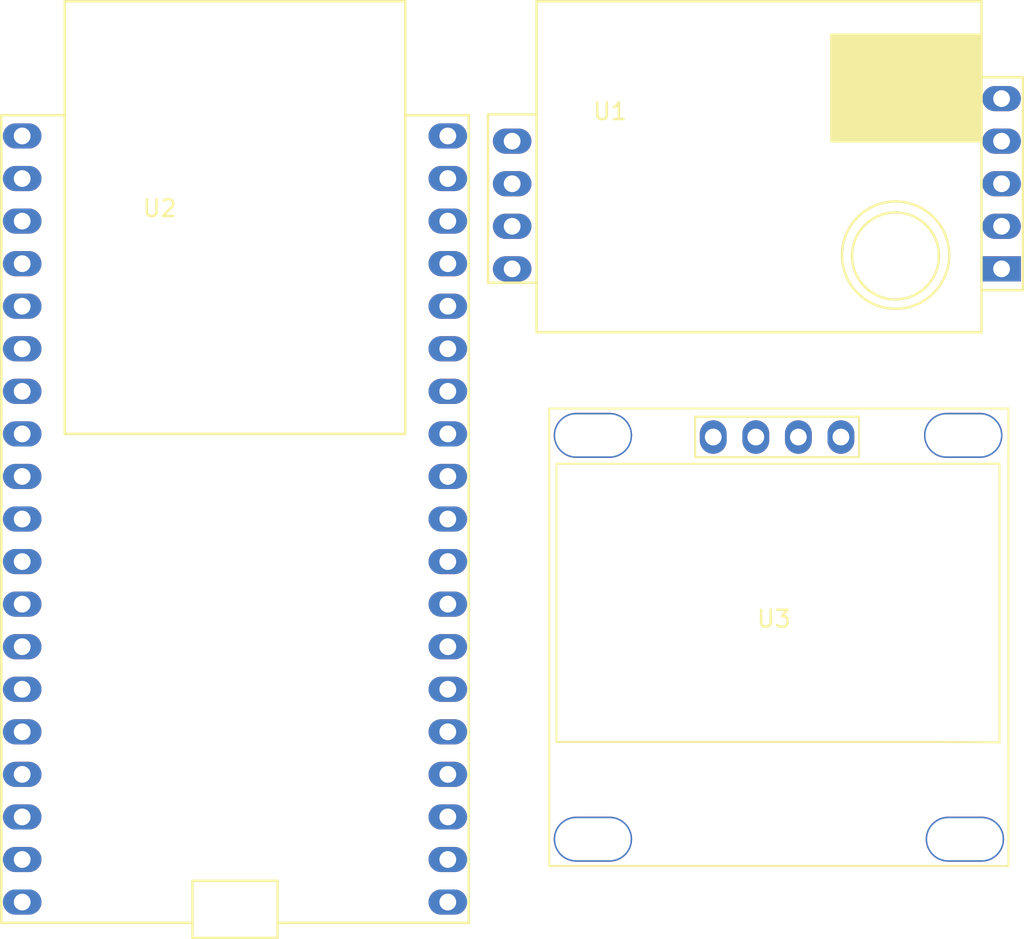
<source format=kicad_pcb>
(kicad_pcb (version 20171130) (host pcbnew 5.1.5+dfsg1-2build2)

  (general
    (thickness 1.6)
    (drawings 0)
    (tracks 0)
    (zones 0)
    (modules 3)
    (nets 47)
  )

  (page A4)
  (layers
    (0 F.Cu signal)
    (31 B.Cu signal)
    (32 B.Adhes user)
    (33 F.Adhes user)
    (34 B.Paste user)
    (35 F.Paste user)
    (36 B.SilkS user)
    (37 F.SilkS user)
    (38 B.Mask user)
    (39 F.Mask user)
    (40 Dwgs.User user)
    (41 Cmts.User user)
    (42 Eco1.User user)
    (43 Eco2.User user)
    (44 Edge.Cuts user)
    (45 Margin user)
    (46 B.CrtYd user)
    (47 F.CrtYd user)
    (48 B.Fab user)
    (49 F.Fab user)
  )

  (setup
    (last_trace_width 0.25)
    (trace_clearance 0.2)
    (zone_clearance 0.508)
    (zone_45_only no)
    (trace_min 0.2)
    (via_size 0.8)
    (via_drill 0.4)
    (via_min_size 0.4)
    (via_min_drill 0.3)
    (uvia_size 0.3)
    (uvia_drill 0.1)
    (uvias_allowed no)
    (uvia_min_size 0.2)
    (uvia_min_drill 0.1)
    (edge_width 0.05)
    (segment_width 0.2)
    (pcb_text_width 0.3)
    (pcb_text_size 1.5 1.5)
    (mod_edge_width 0.12)
    (mod_text_size 1 1)
    (mod_text_width 0.15)
    (pad_size 1.524 1.524)
    (pad_drill 0.762)
    (pad_to_mask_clearance 0.051)
    (solder_mask_min_width 0.25)
    (aux_axis_origin 0 0)
    (visible_elements FFFFFF7F)
    (pcbplotparams
      (layerselection 0x010fc_ffffffff)
      (usegerberextensions false)
      (usegerberattributes false)
      (usegerberadvancedattributes false)
      (creategerberjobfile false)
      (excludeedgelayer true)
      (linewidth 0.100000)
      (plotframeref false)
      (viasonmask false)
      (mode 1)
      (useauxorigin false)
      (hpglpennumber 1)
      (hpglpenspeed 20)
      (hpglpendiameter 15.000000)
      (psnegative false)
      (psa4output false)
      (plotreference true)
      (plotvalue true)
      (plotinvisibletext false)
      (padsonsilk false)
      (subtractmaskfromsilk false)
      (outputformat 1)
      (mirror false)
      (drillshape 1)
      (scaleselection 1)
      (outputdirectory ""))
  )

  (net 0 "")
  (net 1 "Net-(U1-Pad1)")
  (net 2 "Net-(U1-Pad2)")
  (net 3 "Net-(U1-Pad3)")
  (net 4 "Net-(U1-Pad4)")
  (net 5 "Net-(U1-Pad5)")
  (net 6 +5V)
  (net 7 GND)
  (net 8 "Net-(U1-Pad8)")
  (net 9 "Net-(U1-Pad9)")
  (net 10 "Net-(U2-Pad37)")
  (net 11 "Net-(U2-Pad36)")
  (net 12 "Net-(U2-Pad35)")
  (net 13 "Net-(U2-Pad34)")
  (net 14 "Net-(U2-Pad33)")
  (net 15 "Net-(U2-Pad31)")
  (net 16 "Net-(U2-Pad30)")
  (net 17 "Net-(U2-Pad29)")
  (net 18 "Net-(U2-Pad28)")
  (net 19 "Net-(U2-Pad27)")
  (net 20 "Net-(U2-Pad26)")
  (net 21 "Net-(U2-Pad25)")
  (net 22 "Net-(U2-Pad24)")
  (net 23 "Net-(U2-Pad23)")
  (net 24 "Net-(U2-Pad22)")
  (net 25 "Net-(U2-Pad21)")
  (net 26 "Net-(U2-Pad20)")
  (net 27 "Net-(U2-Pad17)")
  (net 28 "Net-(U2-Pad16)")
  (net 29 "Net-(U2-Pad15)")
  (net 30 "Net-(U2-Pad13)")
  (net 31 "Net-(U2-Pad12)")
  (net 32 "Net-(U2-Pad11)")
  (net 33 "Net-(U2-Pad10)")
  (net 34 "Net-(U2-Pad9)")
  (net 35 "Net-(U2-Pad8)")
  (net 36 "Net-(U2-Pad7)")
  (net 37 "Net-(U2-Pad6)")
  (net 38 "Net-(U2-Pad5)")
  (net 39 "Net-(U2-Pad4)")
  (net 40 "Net-(U2-Pad3)")
  (net 41 "Net-(U2-Pad2)")
  (net 42 +3V3)
  (net 43 "Net-(U3-Pad4)")
  (net 44 "Net-(U3-Pad3)")
  (net 45 "Net-(U3-Pad1)")
  (net 46 "Net-(U3-Pad2)")

  (net_class Default "This is the default net class."
    (clearance 0.2)
    (trace_width 0.25)
    (via_dia 0.8)
    (via_drill 0.4)
    (uvia_dia 0.3)
    (uvia_drill 0.1)
    (add_net +3V3)
    (add_net +5V)
    (add_net GND)
    (add_net "Net-(U1-Pad1)")
    (add_net "Net-(U1-Pad2)")
    (add_net "Net-(U1-Pad3)")
    (add_net "Net-(U1-Pad4)")
    (add_net "Net-(U1-Pad5)")
    (add_net "Net-(U1-Pad8)")
    (add_net "Net-(U1-Pad9)")
    (add_net "Net-(U2-Pad10)")
    (add_net "Net-(U2-Pad11)")
    (add_net "Net-(U2-Pad12)")
    (add_net "Net-(U2-Pad13)")
    (add_net "Net-(U2-Pad15)")
    (add_net "Net-(U2-Pad16)")
    (add_net "Net-(U2-Pad17)")
    (add_net "Net-(U2-Pad2)")
    (add_net "Net-(U2-Pad20)")
    (add_net "Net-(U2-Pad21)")
    (add_net "Net-(U2-Pad22)")
    (add_net "Net-(U2-Pad23)")
    (add_net "Net-(U2-Pad24)")
    (add_net "Net-(U2-Pad25)")
    (add_net "Net-(U2-Pad26)")
    (add_net "Net-(U2-Pad27)")
    (add_net "Net-(U2-Pad28)")
    (add_net "Net-(U2-Pad29)")
    (add_net "Net-(U2-Pad3)")
    (add_net "Net-(U2-Pad30)")
    (add_net "Net-(U2-Pad31)")
    (add_net "Net-(U2-Pad33)")
    (add_net "Net-(U2-Pad34)")
    (add_net "Net-(U2-Pad35)")
    (add_net "Net-(U2-Pad36)")
    (add_net "Net-(U2-Pad37)")
    (add_net "Net-(U2-Pad4)")
    (add_net "Net-(U2-Pad5)")
    (add_net "Net-(U2-Pad6)")
    (add_net "Net-(U2-Pad7)")
    (add_net "Net-(U2-Pad8)")
    (add_net "Net-(U2-Pad9)")
    (add_net "Net-(U3-Pad1)")
    (add_net "Net-(U3-Pad2)")
    (add_net "Net-(U3-Pad3)")
    (add_net "Net-(U3-Pad4)")
  )

  (module footprints:Winsen_MH-Z19B (layer F.Cu) (tedit 5F8B2EEF) (tstamp 61529B34)
    (at 171.3865 74.7395)
    (path /61524BB9)
    (fp_text reference U1 (at -23.368 4.572) (layer F.SilkS)
      (effects (font (size 1 1) (thickness 0.15)))
    )
    (fp_text value MH-Z19B (at -19.05 0.762) (layer F.Fab)
      (effects (font (size 1 1) (thickness 0.15)))
    )
    (fp_line (start -1.2 -2) (end -1.2 17.75) (layer F.SilkS) (width 0.15))
    (fp_poly (pts (xy -10.16 0) (xy -10.16 6.35) (xy -1.27 6.35) (xy -1.27 0)) (layer F.SilkS) (width 0.15))
    (fp_circle (center -6.330656 13.2) (end -8.530656 11.825) (layer F.SilkS) (width 0.15))
    (fp_circle (center -6.325 13.15) (end -9.425 12.35) (layer F.SilkS) (width 0.15))
    (fp_line (start -27.75 17.75) (end -1.2 17.75) (layer F.SilkS) (width 0.15))
    (fp_line (start -27.75 -2) (end -27.75 17.75) (layer F.SilkS) (width 0.15))
    (fp_line (start -30.65 14.8) (end -27.75 14.8) (layer F.SilkS) (width 0.15))
    (fp_line (start -30.65 4.75) (end -30.65 14.8) (layer F.SilkS) (width 0.15))
    (fp_line (start -27.75 4.75) (end -30.65 4.75) (layer F.SilkS) (width 0.15))
    (fp_line (start -1.27 2.54) (end 1.27 2.54) (layer F.SilkS) (width 0.15))
    (fp_line (start 1.275 2.54) (end 1.275 15.24) (layer F.SilkS) (width 0.15))
    (fp_line (start 1.27 15.24) (end -1.205 15.24) (layer F.SilkS) (width 0.15))
    (fp_line (start -1.2 -2) (end -27.75 -2) (layer F.SilkS) (width 0.15))
    (pad 1 thru_hole rect (at 0 13.97) (size 2.3 1.5) (drill 1) (layers *.Cu B.Mask)
      (net 1 "Net-(U1-Pad1)"))
    (pad 2 thru_hole oval (at 0 11.43) (size 2.3 1.5) (drill 1) (layers *.Cu B.Mask)
      (net 2 "Net-(U1-Pad2)"))
    (pad 3 thru_hole oval (at 0 8.89) (size 2.3 1.5) (drill 1) (layers *.Cu B.Mask)
      (net 3 "Net-(U1-Pad3)"))
    (pad 4 thru_hole oval (at 0 6.35) (size 2.3 1.5) (drill 1) (layers *.Cu B.Mask)
      (net 4 "Net-(U1-Pad4)"))
    (pad 5 thru_hole oval (at 0 3.81) (size 2.3 1.5) (drill 1) (layers *.Cu B.Mask)
      (net 5 "Net-(U1-Pad5)"))
    (pad 6 thru_hole oval (at -29.21 13.97) (size 2.3 1.5) (drill 1) (layers *.Cu B.Mask)
      (net 6 +5V))
    (pad 7 thru_hole oval (at -29.21 11.43) (size 2.3 1.5) (drill 1) (layers *.Cu B.Mask)
      (net 7 GND))
    (pad 8 thru_hole oval (at -29.21 8.89) (size 2.3 1.5) (drill 1) (layers *.Cu B.Mask)
      (net 8 "Net-(U1-Pad8)"))
    (pad 9 thru_hole oval (at -29.21 6.35) (size 2.3 1.5) (drill 1) (layers *.Cu B.Mask)
      (net 9 "Net-(U1-Pad9)"))
    (model ${KIPRJMOD}/3d/MH-Z19C.STEP
      (offset (xyz 81.5 -74 3))
      (scale (xyz 1 1 1))
      (rotate (xyz 90 180 90))
    )
  )

  (module footprints:ESP32_DEVKIT_C (layer F.Cu) (tedit 615229FB) (tstamp 61529B70)
    (at 125.6365 103.6395)
    (path /61523BD7)
    (fp_text reference U2 (at -4.5 -18.54) (layer F.SilkS)
      (effects (font (size 1 1) (thickness 0.15)))
    )
    (fp_text value ESP32_DEVKIT_C (at -2.5 16.46) (layer F.Fab)
      (effects (font (size 1 1) (thickness 0.15)))
    )
    (fp_line (start 13.95 -24.1) (end 10.16 -24.1) (layer F.SilkS) (width 0.15))
    (fp_line (start -13.95 -24.1) (end -10.16 -24.1) (layer F.SilkS) (width 0.15))
    (fp_line (start 2.54 21.59) (end 2.54 24.1) (layer F.SilkS) (width 0.15))
    (fp_line (start -2.54 21.59) (end 2.54 21.59) (layer F.SilkS) (width 0.15))
    (fp_line (start -2.54 24.1) (end -2.54 21.59) (layer F.SilkS) (width 0.15))
    (fp_line (start 2.54 24.1) (end 13.95 24.1) (layer F.SilkS) (width 0.15))
    (fp_line (start -2.54 24.1) (end -13.95 24.1) (layer F.SilkS) (width 0.15))
    (fp_line (start 10.16 -5.08) (end 10.16 -24.1) (layer F.SilkS) (width 0.15))
    (fp_line (start -10.16 -5.08) (end 10.16 -5.08) (layer F.SilkS) (width 0.15))
    (fp_line (start -10.16 -24.1) (end -10.16 -5.08) (layer F.SilkS) (width 0.15))
    (fp_line (start -10.16 -30.9) (end -10.16 -24.1) (layer F.SilkS) (width 0.15))
    (fp_line (start 10.16 -30.9) (end 10.16 -24.1) (layer F.SilkS) (width 0.15))
    (fp_line (start -10.16 -30.9) (end 10.16 -30.9) (layer F.SilkS) (width 0.15))
    (fp_line (start 2.54 25) (end 2.54 24.1) (layer F.SilkS) (width 0.15))
    (fp_line (start -2.54 25) (end 2.54 25) (layer F.SilkS) (width 0.15))
    (fp_line (start -2.54 24.1) (end -2.54 25) (layer F.SilkS) (width 0.15))
    (fp_line (start -13.95 -24.1) (end -13.95 24.1) (layer F.SilkS) (width 0.15))
    (fp_line (start 13.95 24.1) (end 13.95 -24.1) (layer F.SilkS) (width 0.15))
    (pad 38 thru_hole oval (at 12.7 -22.86) (size 2.3 1.5) (drill 1) (layers *.Cu B.Mask)
      (net 7 GND))
    (pad 37 thru_hole oval (at 12.7 -20.32) (size 2.3 1.5) (drill 1) (layers *.Cu B.Mask)
      (net 10 "Net-(U2-Pad37)"))
    (pad 36 thru_hole oval (at 12.7 -17.78) (size 2.3 1.5) (drill 1) (layers *.Cu B.Mask)
      (net 11 "Net-(U2-Pad36)"))
    (pad 35 thru_hole oval (at 12.7 -15.24) (size 2.3 1.5) (drill 1) (layers *.Cu B.Mask)
      (net 12 "Net-(U2-Pad35)"))
    (pad 34 thru_hole oval (at 12.7 -12.7) (size 2.3 1.5) (drill 1) (layers *.Cu B.Mask)
      (net 13 "Net-(U2-Pad34)"))
    (pad 33 thru_hole oval (at 12.7 -10.16) (size 2.3 1.5) (drill 1) (layers *.Cu B.Mask)
      (net 14 "Net-(U2-Pad33)"))
    (pad 32 thru_hole oval (at 12.7 -7.62) (size 2.3 1.5) (drill 1) (layers *.Cu B.Mask)
      (net 7 GND))
    (pad 31 thru_hole oval (at 12.7 -5.08) (size 2.3 1.5) (drill 1) (layers *.Cu B.Mask)
      (net 15 "Net-(U2-Pad31)"))
    (pad 30 thru_hole oval (at 12.7 -2.54) (size 2.3 1.5) (drill 1) (layers *.Cu B.Mask)
      (net 16 "Net-(U2-Pad30)"))
    (pad 29 thru_hole oval (at 12.7 0) (size 2.3 1.5) (drill 1) (layers *.Cu B.Mask)
      (net 17 "Net-(U2-Pad29)"))
    (pad 28 thru_hole oval (at 12.7 2.54) (size 2.3 1.5) (drill 1) (layers *.Cu B.Mask)
      (net 18 "Net-(U2-Pad28)"))
    (pad 27 thru_hole oval (at 12.7 5.08) (size 2.3 1.5) (drill 1) (layers *.Cu B.Mask)
      (net 19 "Net-(U2-Pad27)"))
    (pad 26 thru_hole oval (at 12.7 7.62) (size 2.3 1.5) (drill 1) (layers *.Cu B.Mask)
      (net 20 "Net-(U2-Pad26)"))
    (pad 25 thru_hole oval (at 12.7 10.16) (size 2.3 1.5) (drill 1) (layers *.Cu B.Mask)
      (net 21 "Net-(U2-Pad25)"))
    (pad 24 thru_hole oval (at 12.7 12.7) (size 2.3 1.5) (drill 1) (layers *.Cu B.Mask)
      (net 22 "Net-(U2-Pad24)"))
    (pad 23 thru_hole oval (at 12.7 15.24) (size 2.3 1.5) (drill 1) (layers *.Cu B.Mask)
      (net 23 "Net-(U2-Pad23)"))
    (pad 22 thru_hole oval (at 12.7 17.78) (size 2.3 1.5) (drill 1) (layers *.Cu B.Mask)
      (net 24 "Net-(U2-Pad22)"))
    (pad 21 thru_hole oval (at 12.7 20.32) (size 2.3 1.5) (drill 1) (layers *.Cu B.Mask)
      (net 25 "Net-(U2-Pad21)"))
    (pad 20 thru_hole oval (at 12.7 22.86) (size 2.3 1.5) (drill 1) (layers *.Cu B.Mask)
      (net 26 "Net-(U2-Pad20)"))
    (pad 19 thru_hole oval (at -12.7 22.86) (size 2.3 1.5) (drill 1) (layers *.Cu B.Mask)
      (net 6 +5V))
    (pad 18 thru_hole oval (at -12.7 20.32) (size 2.3 1.5) (drill 1) (layers *.Cu B.Mask)
      (net 7 GND))
    (pad 17 thru_hole oval (at -12.7 17.78) (size 2.3 1.5) (drill 1) (layers *.Cu B.Mask)
      (net 27 "Net-(U2-Pad17)"))
    (pad 16 thru_hole oval (at -12.7 15.24) (size 2.3 1.5) (drill 1) (layers *.Cu B.Mask)
      (net 28 "Net-(U2-Pad16)"))
    (pad 15 thru_hole oval (at -12.7 12.7) (size 2.3 1.5) (drill 1) (layers *.Cu B.Mask)
      (net 29 "Net-(U2-Pad15)"))
    (pad 14 thru_hole oval (at -12.7 10.16) (size 2.3 1.5) (drill 1) (layers *.Cu B.Mask)
      (net 7 GND))
    (pad 13 thru_hole oval (at -12.7 7.62) (size 2.3 1.5) (drill 1) (layers *.Cu B.Mask)
      (net 30 "Net-(U2-Pad13)"))
    (pad 12 thru_hole oval (at -12.7 5.08) (size 2.3 1.5) (drill 1) (layers *.Cu B.Mask)
      (net 31 "Net-(U2-Pad12)"))
    (pad 11 thru_hole oval (at -12.7 2.54) (size 2.3 1.5) (drill 1) (layers *.Cu B.Mask)
      (net 32 "Net-(U2-Pad11)"))
    (pad 10 thru_hole oval (at -12.7 0) (size 2.3 1.5) (drill 1) (layers *.Cu B.Mask)
      (net 33 "Net-(U2-Pad10)"))
    (pad 9 thru_hole oval (at -12.7 -2.54) (size 2.3 1.5) (drill 1) (layers *.Cu B.Mask)
      (net 34 "Net-(U2-Pad9)"))
    (pad 8 thru_hole oval (at -12.7 -5.08) (size 2.3 1.5) (drill 1) (layers *.Cu B.Mask)
      (net 35 "Net-(U2-Pad8)"))
    (pad 7 thru_hole oval (at -12.7 -7.62) (size 2.3 1.5) (drill 1) (layers *.Cu B.Mask)
      (net 36 "Net-(U2-Pad7)"))
    (pad 6 thru_hole oval (at -12.7 -10.16) (size 2.3 1.5) (drill 1) (layers *.Cu B.Mask)
      (net 37 "Net-(U2-Pad6)"))
    (pad 5 thru_hole oval (at -12.7 -12.7) (size 2.3 1.5) (drill 1) (layers *.Cu B.Mask)
      (net 38 "Net-(U2-Pad5)"))
    (pad 4 thru_hole oval (at -12.7 -15.24) (size 2.3 1.5) (drill 1) (layers *.Cu B.Mask)
      (net 39 "Net-(U2-Pad4)"))
    (pad 3 thru_hole oval (at -12.7 -17.78) (size 2.3 1.5) (drill 1) (layers *.Cu B.Mask)
      (net 40 "Net-(U2-Pad3)"))
    (pad 2 thru_hole oval (at -12.7 -20.32) (size 2.3 1.5) (drill 1) (layers *.Cu B.Mask)
      (net 41 "Net-(U2-Pad2)"))
    (pad 1 thru_hole oval (at -12.7 -22.86) (size 2.3 1.5) (drill 1) (layers *.Cu B.Mask)
      (net 42 +3V3))
    (model ${KIPRJMOD}/3d/ESP32-WROOM-32D-Assembly.STEP
      (offset (xyz 0 0 2.5))
      (scale (xyz 1 1 1))
      (rotate (xyz -90 0 0))
    )
  )

  (module footprints:SSD1306 (layer F.Cu) (tedit 61523F31) (tstamp 6152A10E)
    (at 157.7975 109.347)
    (path /615249EE)
    (fp_text reference U3 (at 0 0.254) (layer F.SilkS)
      (effects (font (size 1 1) (thickness 0.15)))
    )
    (fp_text value "" (at 0 0) (layer F.SilkS)
      (effects (font (size 1.27 1.27) (thickness 0.15)))
    )
    (fp_line (start 13.462 -9.017) (end 13.208 -9.005) (layer F.SilkS) (width 0.12))
    (fp_line (start 13.462 7.62) (end 13.462 -9.017) (layer F.SilkS) (width 0.12))
    (fp_line (start 10.122 7.595) (end 13.462 7.62) (layer F.SilkS) (width 0.12))
    (fp_line (start 10.122 -9.005) (end 13.208 -9.005) (layer F.SilkS) (width 0.12))
    (fp_line (start -4.699 -11.811) (end -4.699 -9.398) (layer F.SilkS) (width 0.12))
    (fp_line (start 5.08 -9.398) (end -4.699 -9.398) (layer F.SilkS) (width 0.12))
    (fp_line (start 5.08 -11.811) (end 5.08 -9.398) (layer F.SilkS) (width 0.12))
    (fp_line (start -4.699 -11.811) (end 5.08 -11.811) (layer F.SilkS) (width 0.12))
    (fp_line (start -12.978 -9.005) (end 10.122 -9.005) (layer F.SilkS) (width 0.12))
    (fp_line (start -12.978 7.595) (end -12.978 -9.005) (layer F.SilkS) (width 0.12))
    (fp_line (start 10.122 7.595) (end -12.978 7.595) (layer F.SilkS) (width 0.12))
    (fp_line (start -13.4 15) (end -13.4 -12.3) (layer F.SilkS) (width 0.12))
    (fp_line (start 14 15) (end -13.4 15) (layer F.SilkS) (width 0.12))
    (fp_line (start 14 -12.3) (end 14 15) (layer F.SilkS) (width 0.12))
    (fp_line (start -13.4 -12.3) (end 14 -12.3) (layer F.SilkS) (width 0.12))
    (pad "" thru_hole oval (at -10.8 13.4 180) (size 4.68 2.69) (drill oval 4.5 2.5) (layers *.Cu *.Mask))
    (pad "" thru_hole oval (at 11.4 13.4 180) (size 4.68 2.69) (drill oval 4.5 2.5) (layers *.Cu *.Mask))
    (pad "" thru_hole oval (at 11.3 -10.7 180) (size 4.68 2.69) (drill oval 4.5 2.5) (layers *.Cu *.Mask))
    (pad "" thru_hole oval (at -10.8 -10.7 180) (size 4.68 2.69) (drill oval 4.5 2.5) (layers *.Cu *.Mask))
    (pad 4 thru_hole oval (at 4 -10.6 90) (size 2 1.6) (drill 1) (layers *.Cu B.Mask)
      (net 43 "Net-(U3-Pad4)"))
    (pad 3 thru_hole oval (at 1.46 -10.6 90) (size 2 1.6) (drill 1) (layers *.Cu B.Mask)
      (net 44 "Net-(U3-Pad3)"))
    (pad 1 thru_hole oval (at -3.62 -10.6 90) (size 2 1.6) (drill 1) (layers *.Cu B.Mask)
      (net 45 "Net-(U3-Pad1)"))
    (pad 2 thru_hole oval (at -1.08 -10.6 90) (size 2 1.6) (drill 1) (layers *.Cu B.Mask)
      (net 46 "Net-(U3-Pad2)"))
    (model "${KIPRJMOD}/3d/OLED TFT 0.96 inch 64x128 monochrome.STEP"
      (offset (xyz 0 12 2.5))
      (scale (xyz 1 1 1))
      (rotate (xyz -90 0 0))
    )
  )

)

</source>
